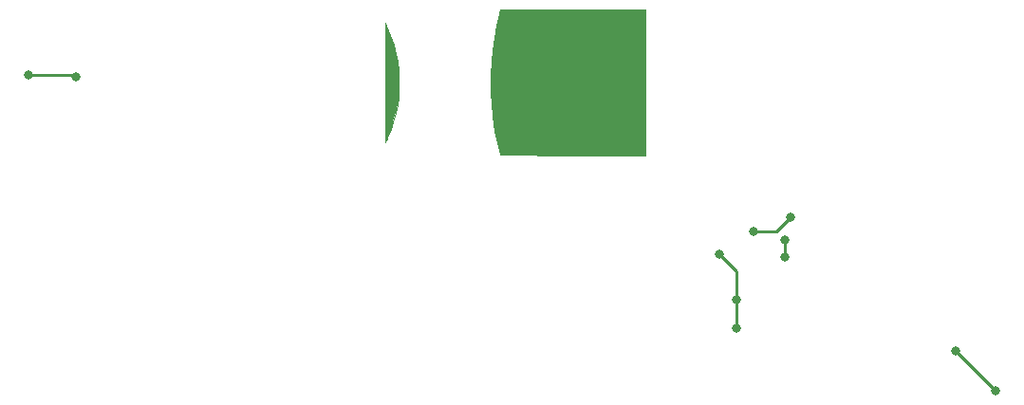
<source format=gbl>
%TF.GenerationSoftware,KiCad,Pcbnew,(5.1.9)-1*%
%TF.CreationDate,2021-11-29T08:04:12-06:00*%
%TF.ProjectId,chrimbus2021,63687269-6d62-4757-9332-3032312e6b69,rev?*%
%TF.SameCoordinates,Original*%
%TF.FileFunction,Copper,L2,Bot*%
%TF.FilePolarity,Positive*%
%FSLAX46Y46*%
G04 Gerber Fmt 4.6, Leading zero omitted, Abs format (unit mm)*
G04 Created by KiCad (PCBNEW (5.1.9)-1) date 2021-11-29 08:04:12*
%MOMM*%
%LPD*%
G01*
G04 APERTURE LIST*
%TA.AperFunction,EtchedComponent*%
%ADD10C,0.010000*%
%TD*%
%TA.AperFunction,ViaPad*%
%ADD11C,0.800000*%
%TD*%
%TA.AperFunction,Conductor*%
%ADD12C,0.250000*%
%TD*%
G04 APERTURE END LIST*
D10*
%TO.C,G\u002A\u002A\u002A*%
G36*
X109370160Y-92449188D02*
G01*
X102892906Y-92462108D01*
X102778316Y-92894773D01*
X102542490Y-93894537D01*
X102344347Y-94960413D01*
X102187716Y-96062501D01*
X102076430Y-97170902D01*
X102014319Y-98255716D01*
X102002124Y-98952088D01*
X102023748Y-99878419D01*
X102086409Y-100846621D01*
X102186791Y-101830920D01*
X102321578Y-102805542D01*
X102487453Y-103744712D01*
X102681101Y-104622657D01*
X102781476Y-105009403D01*
X102899966Y-105442068D01*
X109373690Y-105454988D01*
X115847415Y-105467907D01*
X115847415Y-92436269D01*
X109370160Y-92449188D01*
G37*
X109370160Y-92449188D02*
X102892906Y-92462108D01*
X102778316Y-92894773D01*
X102542490Y-93894537D01*
X102344347Y-94960413D01*
X102187716Y-96062501D01*
X102076430Y-97170902D01*
X102014319Y-98255716D01*
X102002124Y-98952088D01*
X102023748Y-99878419D01*
X102086409Y-100846621D01*
X102186791Y-101830920D01*
X102321578Y-102805542D01*
X102487453Y-103744712D01*
X102681101Y-104622657D01*
X102781476Y-105009403D01*
X102899966Y-105442068D01*
X109373690Y-105454988D01*
X115847415Y-105467907D01*
X115847415Y-92436269D01*
X109370160Y-92449188D01*
G36*
X92590481Y-98956037D02*
G01*
X92590067Y-99681667D01*
X92590000Y-100378000D01*
X92590264Y-101038360D01*
X92590840Y-101656075D01*
X92591712Y-102224469D01*
X92592862Y-102736867D01*
X92594272Y-103186597D01*
X92595926Y-103566982D01*
X92597806Y-103871349D01*
X92599894Y-104093023D01*
X92602174Y-104225331D01*
X92604282Y-104262550D01*
X92631891Y-104219516D01*
X92691805Y-104103541D01*
X92774100Y-103934317D01*
X92835745Y-103803262D01*
X93106022Y-103151599D01*
X93347170Y-102431370D01*
X93550746Y-101673687D01*
X93708310Y-100909665D01*
X93805082Y-100230589D01*
X93856074Y-99485427D01*
X93856697Y-98687322D01*
X93808823Y-97870709D01*
X93714324Y-97070023D01*
X93598313Y-96425684D01*
X93504929Y-96042754D01*
X93380356Y-95611888D01*
X93235126Y-95164355D01*
X93079771Y-94731421D01*
X92924824Y-94344355D01*
X92817495Y-94107641D01*
X92594748Y-93649524D01*
X92590481Y-98956037D01*
G37*
X92590481Y-98956037D02*
X92590067Y-99681667D01*
X92590000Y-100378000D01*
X92590264Y-101038360D01*
X92590840Y-101656075D01*
X92591712Y-102224469D01*
X92592862Y-102736867D01*
X92594272Y-103186597D01*
X92595926Y-103566982D01*
X92597806Y-103871349D01*
X92599894Y-104093023D01*
X92602174Y-104225331D01*
X92604282Y-104262550D01*
X92631891Y-104219516D01*
X92691805Y-104103541D01*
X92774100Y-103934317D01*
X92835745Y-103803262D01*
X93106022Y-103151599D01*
X93347170Y-102431370D01*
X93550746Y-101673687D01*
X93708310Y-100909665D01*
X93805082Y-100230589D01*
X93856074Y-99485427D01*
X93856697Y-98687322D01*
X93808823Y-97870709D01*
X93714324Y-97070023D01*
X93598313Y-96425684D01*
X93504929Y-96042754D01*
X93380356Y-95611888D01*
X93235126Y-95164355D01*
X93079771Y-94731421D01*
X92924824Y-94344355D01*
X92817495Y-94107641D01*
X92594748Y-93649524D01*
X92590481Y-98956037D01*
%TD*%
D11*
%TO.N,GND*%
X123952000Y-118364000D03*
X123952000Y-120904000D03*
X122428000Y-114300000D03*
X125476000Y-112268000D03*
X128778000Y-110998000D03*
X60833000Y-98298000D03*
X65024000Y-98425000D03*
X143510000Y-122936000D03*
X147066000Y-126492000D03*
%TO.N,+3V3*%
X128270000Y-114554000D03*
X128270000Y-113030000D03*
%TD*%
D12*
%TO.N,GND*%
X123952000Y-118364000D02*
X123952000Y-120904000D01*
X123952000Y-115824000D02*
X122428000Y-114300000D01*
X123952000Y-118364000D02*
X123952000Y-115824000D01*
X127508000Y-112268000D02*
X128778000Y-110998000D01*
X125476000Y-112268000D02*
X127508000Y-112268000D01*
X64897000Y-98298000D02*
X65024000Y-98425000D01*
X60833000Y-98298000D02*
X64897000Y-98298000D01*
X143510000Y-122936000D02*
X147066000Y-126492000D01*
X147066000Y-126492000D02*
X147066000Y-126492000D01*
%TO.N,+3V3*%
X128270000Y-114554000D02*
X128270000Y-113030000D01*
%TD*%
M02*

</source>
